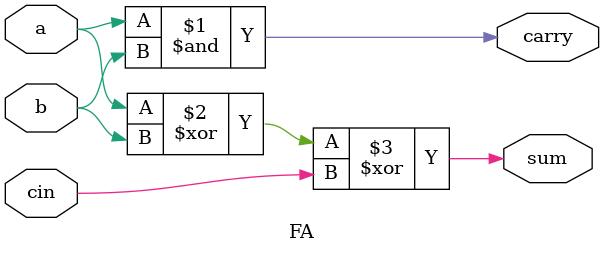
<source format=v>

module FA (output carry, output sum, input a, input b, input cin);

    // instantiating sum and carry primitives
    assign carry = (a & b);
    assign sum = (a ^ b ^ cin);
endmodule


// primitive carryOut (output Cout, input A, input B, input Cin);

//     // Truth Table for approximate carry out
//     table
//       // A B Cin    Cout
//          1 1  ?   :  1  ;
//          1 0  ?   :  0  ;
//          0 1  ?   :  0  ;
//          0 0  ?   :  0  ;
//     endtable
// endprimitive

// primitive sumOut (output sum, input A, input B, input Cin);

//     // Truth Table for sum
//     table
//       // A B Cin    sum
//          1 1  1   :  1  ;
//          1 0  0   :  1  ;
//          0 1  0   :  1  ;
//          0 0  1   :  1  ;
//          0 0  0   :  0  ;
//          0 1  1   :  0  ;
//          1 0  1   :  0  ;
//          1 1  0   :  0  ;
//     endtable
// endprimitive

// module FA(output Cout, output sum, input A, input B, input Cin);

//     // instantiating sum and carry primitives
//     sumOut s(sum, A, B, Cin);
//     carryOut co(Cout, A, B, Cin);
// endmodule


</source>
